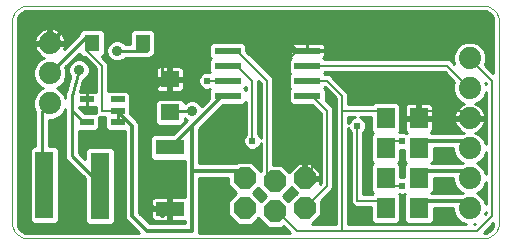
<source format=gtl>
G75*
G70*
%OFA0B0*%
%FSLAX24Y24*%
%IPPOS*%
%LPD*%
%AMOC8*
5,1,8,0,0,1.08239X$1,22.5*
%
%ADD10C,0.0000*%
%ADD11OC8,0.0740*%
%ADD12R,0.0870X0.0240*%
%ADD13C,0.0740*%
%ADD14R,0.0472X0.0217*%
%ADD15R,0.0500X0.0579*%
%ADD16R,0.0630X0.0551*%
%ADD17R,0.0945X0.0512*%
%ADD18R,0.0630X0.2244*%
%ADD19R,0.0630X0.0709*%
%ADD20C,0.0100*%
%ADD21C,0.0356*%
%ADD22C,0.0060*%
%ADD23C,0.0120*%
%ADD24C,0.0360*%
%ADD25C,0.0240*%
D10*
X000800Y000550D02*
X016020Y000550D01*
X016064Y000552D01*
X016107Y000558D01*
X016149Y000567D01*
X016191Y000580D01*
X016231Y000597D01*
X016270Y000617D01*
X016307Y000640D01*
X016341Y000667D01*
X016374Y000696D01*
X016403Y000729D01*
X016430Y000763D01*
X016453Y000800D01*
X016473Y000839D01*
X016490Y000879D01*
X016503Y000921D01*
X016512Y000963D01*
X016518Y001006D01*
X016520Y001050D01*
X016520Y007796D01*
X016518Y007840D01*
X016512Y007883D01*
X016503Y007925D01*
X016490Y007967D01*
X016473Y008007D01*
X016453Y008046D01*
X016430Y008083D01*
X016403Y008117D01*
X016374Y008150D01*
X016341Y008179D01*
X016307Y008206D01*
X016270Y008229D01*
X016231Y008249D01*
X016191Y008266D01*
X016149Y008279D01*
X016107Y008288D01*
X016064Y008294D01*
X016020Y008296D01*
X000800Y008296D01*
X000756Y008294D01*
X000713Y008288D01*
X000671Y008279D01*
X000629Y008266D01*
X000589Y008249D01*
X000550Y008229D01*
X000513Y008206D01*
X000479Y008179D01*
X000446Y008150D01*
X000417Y008117D01*
X000390Y008083D01*
X000367Y008046D01*
X000347Y008007D01*
X000330Y007967D01*
X000317Y007925D01*
X000308Y007883D01*
X000302Y007840D01*
X000300Y007796D01*
X000300Y001050D01*
X000302Y001006D01*
X000308Y000963D01*
X000317Y000921D01*
X000330Y000879D01*
X000347Y000839D01*
X000367Y000800D01*
X000390Y000763D01*
X000417Y000729D01*
X000446Y000696D01*
X000479Y000667D01*
X000513Y000640D01*
X000550Y000617D01*
X000589Y000597D01*
X000629Y000580D01*
X000671Y000567D01*
X000713Y000558D01*
X000756Y000552D01*
X000800Y000550D01*
D11*
X008050Y001550D03*
X009050Y001450D03*
X010050Y001550D03*
X009050Y002450D03*
X008050Y002550D03*
X010050Y002550D03*
D12*
X010130Y005300D03*
X010130Y005800D03*
X010130Y006300D03*
X010130Y006800D03*
X007480Y006800D03*
X007480Y006300D03*
X007480Y005800D03*
X007480Y005300D03*
D13*
X001550Y005050D03*
X001550Y006050D03*
X001550Y007050D03*
X015550Y006550D03*
X015550Y005550D03*
X015550Y004550D03*
X015550Y003550D03*
X015550Y002550D03*
X015550Y001550D03*
D14*
X003812Y004426D03*
X003812Y004800D03*
X003812Y005174D03*
X002788Y005174D03*
X002788Y004426D03*
D15*
X002954Y007050D03*
X004646Y007050D03*
D16*
X005550Y005851D03*
X005550Y004749D03*
D17*
X005550Y003574D03*
X005550Y001526D03*
D18*
X003225Y002300D03*
X001375Y002320D03*
D19*
X012749Y002550D03*
X013851Y002550D03*
X013851Y001550D03*
X012749Y001550D03*
X012749Y003550D03*
X013851Y003550D03*
X013851Y004550D03*
X012749Y004550D03*
D20*
X013244Y004543D02*
X013801Y004543D01*
X013801Y004500D02*
X013386Y004500D01*
X013386Y004176D01*
X013396Y004138D01*
X013416Y004104D01*
X013444Y004076D01*
X013450Y004072D01*
X013443Y004066D01*
X013360Y004100D01*
X013240Y004100D01*
X013210Y004088D01*
X013244Y004121D01*
X013244Y004979D01*
X013138Y005084D01*
X012359Y005084D01*
X012285Y005010D01*
X011510Y005010D01*
X011510Y005387D01*
X011010Y005887D01*
X010887Y006010D01*
X010730Y006010D01*
X010690Y006050D01*
X010730Y006090D01*
X014713Y006090D01*
X015042Y005761D01*
X015000Y005659D01*
X015000Y005441D01*
X015084Y005238D01*
X015238Y005084D01*
X015358Y005034D01*
X015350Y005032D01*
X015277Y004995D01*
X015211Y004947D01*
X015153Y004889D01*
X015105Y004823D01*
X015068Y004750D01*
X015043Y004672D01*
X015031Y004600D01*
X015500Y004600D01*
X015500Y004500D01*
X015031Y004500D01*
X015043Y004428D01*
X015068Y004350D01*
X015105Y004277D01*
X015153Y004211D01*
X015211Y004153D01*
X015277Y004105D01*
X015350Y004068D01*
X015358Y004066D01*
X015296Y004040D01*
X014285Y004040D01*
X014253Y004072D01*
X014258Y004076D01*
X014286Y004104D01*
X014306Y004138D01*
X014316Y004176D01*
X014316Y004500D01*
X013901Y004500D01*
X013901Y004600D01*
X013801Y004600D01*
X013801Y004500D01*
X013801Y004600D02*
X013386Y004600D01*
X013386Y004924D01*
X013396Y004962D01*
X013416Y004996D01*
X013444Y005024D01*
X013478Y005044D01*
X013516Y005054D01*
X013801Y005054D01*
X013801Y004600D01*
X013801Y004642D02*
X013901Y004642D01*
X013901Y004600D02*
X013901Y005054D01*
X014186Y005054D01*
X014224Y005044D01*
X014258Y005024D01*
X014286Y004996D01*
X014306Y004962D01*
X014316Y004924D01*
X014316Y004600D01*
X013901Y004600D01*
X013901Y004543D02*
X015500Y004543D01*
X015600Y004543D02*
X016090Y004543D01*
X016069Y004500D02*
X015600Y004500D01*
X015600Y004600D01*
X016069Y004600D01*
X016057Y004672D01*
X016032Y004750D01*
X015995Y004823D01*
X015947Y004889D01*
X015889Y004947D01*
X015823Y004995D01*
X015750Y005032D01*
X015742Y005034D01*
X015862Y005084D01*
X016016Y005238D01*
X016090Y005416D01*
X016090Y003684D01*
X016016Y003862D01*
X015862Y004016D01*
X015742Y004066D01*
X015750Y004068D01*
X015823Y004105D01*
X015889Y004153D01*
X015947Y004211D01*
X015995Y004277D01*
X016032Y004350D01*
X016057Y004428D01*
X016069Y004500D01*
X016060Y004445D02*
X016090Y004445D01*
X016090Y004346D02*
X016030Y004346D01*
X015973Y004248D02*
X016090Y004248D01*
X016090Y004149D02*
X015883Y004149D01*
X015779Y004051D02*
X016090Y004051D01*
X016090Y003952D02*
X015926Y003952D01*
X016020Y003854D02*
X016090Y003854D01*
X016090Y003755D02*
X016060Y003755D01*
X015550Y003550D02*
X015300Y003800D01*
X014300Y003800D01*
X013800Y003800D01*
X013851Y003550D01*
X014346Y003558D02*
X015000Y003558D01*
X015000Y003560D02*
X015000Y003441D01*
X015084Y003238D01*
X015238Y003084D01*
X015320Y003050D01*
X015296Y003040D01*
X014285Y003040D01*
X014275Y003050D01*
X014346Y003121D01*
X014346Y003560D01*
X015000Y003560D01*
X015000Y003460D02*
X014346Y003460D01*
X014346Y003361D02*
X015033Y003361D01*
X015074Y003263D02*
X014346Y003263D01*
X014346Y003164D02*
X015158Y003164D01*
X015282Y003066D02*
X014291Y003066D01*
X014300Y002800D02*
X014100Y002800D01*
X013800Y002800D01*
X013851Y002550D01*
X014346Y002560D02*
X015000Y002560D01*
X015000Y002441D01*
X015084Y002238D01*
X015238Y002084D01*
X015320Y002050D01*
X015296Y002040D01*
X014285Y002040D01*
X014275Y002050D01*
X014346Y002121D01*
X014346Y002560D01*
X014346Y002475D02*
X015000Y002475D01*
X015027Y002376D02*
X014346Y002376D01*
X014346Y002278D02*
X015068Y002278D01*
X015143Y002179D02*
X014346Y002179D01*
X014306Y002081D02*
X015246Y002081D01*
X015780Y002050D02*
X015862Y002084D01*
X016016Y002238D01*
X016090Y002416D01*
X016090Y001684D01*
X016016Y001862D01*
X015862Y002016D01*
X015780Y002050D01*
X015854Y002081D02*
X016090Y002081D01*
X016090Y002179D02*
X015957Y002179D01*
X016032Y002278D02*
X016090Y002278D01*
X016090Y002376D02*
X016073Y002376D01*
X016090Y002684D02*
X016016Y002862D01*
X015862Y003016D01*
X015780Y003050D01*
X015862Y003084D01*
X016016Y003238D01*
X016090Y003416D01*
X016090Y002684D01*
X016090Y002770D02*
X016054Y002770D01*
X016090Y002869D02*
X016009Y002869D01*
X016090Y002967D02*
X015911Y002967D01*
X015818Y003066D02*
X016090Y003066D01*
X016090Y003164D02*
X015942Y003164D01*
X016026Y003263D02*
X016090Y003263D01*
X016090Y003361D02*
X016067Y003361D01*
X015300Y002800D02*
X015550Y002550D01*
X015300Y002800D02*
X014300Y002800D01*
X013427Y003050D02*
X013356Y003121D01*
X013356Y003500D01*
X013244Y003500D01*
X013244Y003121D01*
X013173Y003050D01*
X013244Y002979D01*
X013244Y002600D01*
X013356Y002600D01*
X013356Y002979D01*
X013427Y003050D01*
X013412Y003066D02*
X013188Y003066D01*
X013244Y003164D02*
X013356Y003164D01*
X013356Y003263D02*
X013244Y003263D01*
X013244Y003361D02*
X013356Y003361D01*
X013356Y003460D02*
X013244Y003460D01*
X012254Y003460D02*
X012010Y003460D01*
X012010Y003558D02*
X012254Y003558D01*
X012254Y003657D02*
X012010Y003657D01*
X012010Y003755D02*
X012254Y003755D01*
X012254Y003854D02*
X012010Y003854D01*
X012010Y003952D02*
X012254Y003952D01*
X012254Y003979D02*
X012254Y003121D01*
X012325Y003050D01*
X012254Y002979D01*
X012254Y002121D01*
X012325Y002050D01*
X012285Y002010D01*
X012010Y002010D01*
X012010Y004086D01*
X012054Y004130D01*
X012100Y004240D01*
X012100Y004360D01*
X012054Y004470D01*
X011970Y004554D01*
X011884Y004590D01*
X012254Y004590D01*
X012254Y004121D01*
X012325Y004050D01*
X012254Y003979D01*
X012324Y004051D02*
X012010Y004051D01*
X012062Y004149D02*
X012254Y004149D01*
X012254Y004248D02*
X012100Y004248D01*
X012100Y004346D02*
X012254Y004346D01*
X012254Y004445D02*
X012065Y004445D01*
X011981Y004543D02*
X012254Y004543D01*
X011716Y004590D02*
X011510Y004590D01*
X011510Y004384D01*
X011546Y004470D01*
X011630Y004554D01*
X011716Y004590D01*
X011619Y004543D02*
X011510Y004543D01*
X011510Y004445D02*
X011535Y004445D01*
X011510Y004216D02*
X011510Y001010D01*
X015416Y001010D01*
X015238Y001084D01*
X015084Y001238D01*
X015000Y001441D01*
X015000Y001560D01*
X014346Y001560D01*
X014346Y001121D01*
X014241Y001016D01*
X013462Y001016D01*
X013356Y001121D01*
X013356Y001979D01*
X013390Y002012D01*
X013360Y002000D01*
X013240Y002000D01*
X013210Y002012D01*
X013244Y001979D01*
X013244Y001121D01*
X013138Y001016D01*
X012359Y001016D01*
X012254Y001121D01*
X012254Y001590D01*
X011713Y001590D01*
X011590Y001713D01*
X011590Y004086D01*
X011546Y004130D01*
X011510Y004216D01*
X011510Y004149D02*
X011538Y004149D01*
X011510Y004051D02*
X011590Y004051D01*
X011590Y003952D02*
X011510Y003952D01*
X011510Y003854D02*
X011590Y003854D01*
X011590Y003755D02*
X011510Y003755D01*
X011510Y003657D02*
X011590Y003657D01*
X011590Y003558D02*
X011510Y003558D01*
X011510Y003460D02*
X011590Y003460D01*
X011590Y003361D02*
X011510Y003361D01*
X011510Y003263D02*
X011590Y003263D01*
X011590Y003164D02*
X011510Y003164D01*
X011510Y003066D02*
X011590Y003066D01*
X011590Y002967D02*
X011510Y002967D01*
X011510Y002869D02*
X011590Y002869D01*
X011590Y002770D02*
X011510Y002770D01*
X011510Y002672D02*
X011590Y002672D01*
X011590Y002573D02*
X011510Y002573D01*
X011510Y002475D02*
X011590Y002475D01*
X011590Y002376D02*
X011510Y002376D01*
X011510Y002278D02*
X011590Y002278D01*
X011590Y002179D02*
X011510Y002179D01*
X011510Y002081D02*
X011590Y002081D01*
X011590Y001982D02*
X011510Y001982D01*
X011510Y001884D02*
X011590Y001884D01*
X011590Y001785D02*
X011510Y001785D01*
X011510Y001687D02*
X011617Y001687D01*
X011510Y001588D02*
X012254Y001588D01*
X012254Y001490D02*
X011510Y001490D01*
X011510Y001391D02*
X012254Y001391D01*
X012254Y001293D02*
X011510Y001293D01*
X011510Y001194D02*
X012254Y001194D01*
X012279Y001096D02*
X011510Y001096D01*
X011090Y001096D02*
X010373Y001096D01*
X010472Y001194D02*
X011090Y001194D01*
X011090Y001293D02*
X010570Y001293D01*
X010600Y001322D02*
X010600Y001778D01*
X010587Y001790D01*
X011010Y002213D01*
X011010Y004887D01*
X010887Y005010D01*
X010745Y005152D01*
X010745Y005495D01*
X010690Y005550D01*
X010721Y005582D01*
X011090Y005213D01*
X011090Y001010D01*
X010288Y001010D01*
X010600Y001322D01*
X010600Y001391D02*
X011090Y001391D01*
X011090Y001490D02*
X010600Y001490D01*
X010600Y001588D02*
X011090Y001588D01*
X011090Y001687D02*
X010600Y001687D01*
X010593Y001785D02*
X011090Y001785D01*
X011090Y001884D02*
X010680Y001884D01*
X010779Y001982D02*
X011090Y001982D01*
X011090Y002081D02*
X010877Y002081D01*
X010976Y002179D02*
X011090Y002179D01*
X011090Y002278D02*
X011010Y002278D01*
X011010Y002376D02*
X011090Y002376D01*
X011090Y002475D02*
X011010Y002475D01*
X011010Y002573D02*
X011090Y002573D01*
X011090Y002672D02*
X011010Y002672D01*
X011010Y002770D02*
X011090Y002770D01*
X011090Y002869D02*
X011010Y002869D01*
X011010Y002967D02*
X011090Y002967D01*
X011090Y003066D02*
X011010Y003066D01*
X011010Y003164D02*
X011090Y003164D01*
X011090Y003263D02*
X011010Y003263D01*
X011010Y003361D02*
X011090Y003361D01*
X011090Y003460D02*
X011010Y003460D01*
X011010Y003558D02*
X011090Y003558D01*
X011090Y003657D02*
X011010Y003657D01*
X011010Y003755D02*
X011090Y003755D01*
X011090Y003854D02*
X011010Y003854D01*
X011010Y003952D02*
X011090Y003952D01*
X011090Y004051D02*
X011010Y004051D01*
X011010Y004149D02*
X011090Y004149D01*
X011090Y004248D02*
X011010Y004248D01*
X011010Y004346D02*
X011090Y004346D01*
X011090Y004445D02*
X011010Y004445D01*
X011010Y004543D02*
X011090Y004543D01*
X011090Y004642D02*
X011010Y004642D01*
X011010Y004740D02*
X011090Y004740D01*
X011090Y004839D02*
X011010Y004839D01*
X010960Y004937D02*
X011090Y004937D01*
X011090Y005036D02*
X010861Y005036D01*
X010763Y005134D02*
X011090Y005134D01*
X011071Y005233D02*
X010745Y005233D01*
X010745Y005331D02*
X010972Y005331D01*
X010874Y005430D02*
X010745Y005430D01*
X010775Y005528D02*
X010712Y005528D01*
X011172Y005725D02*
X015027Y005725D01*
X015000Y005627D02*
X011270Y005627D01*
X011369Y005528D02*
X015000Y005528D01*
X015005Y005430D02*
X011467Y005430D01*
X011510Y005331D02*
X015045Y005331D01*
X015090Y005233D02*
X011510Y005233D01*
X011510Y005134D02*
X015188Y005134D01*
X015355Y005036D02*
X014239Y005036D01*
X014313Y004937D02*
X015202Y004937D01*
X015117Y004839D02*
X014316Y004839D01*
X014316Y004740D02*
X015065Y004740D01*
X015038Y004642D02*
X014316Y004642D01*
X013901Y004740D02*
X013801Y004740D01*
X013801Y004839D02*
X013901Y004839D01*
X013901Y004937D02*
X013801Y004937D01*
X013801Y005036D02*
X013901Y005036D01*
X013463Y005036D02*
X013187Y005036D01*
X013244Y004937D02*
X013390Y004937D01*
X013386Y004839D02*
X013244Y004839D01*
X013244Y004740D02*
X013386Y004740D01*
X013386Y004642D02*
X013244Y004642D01*
X013244Y004445D02*
X013386Y004445D01*
X013386Y004346D02*
X013244Y004346D01*
X013244Y004248D02*
X013386Y004248D01*
X013393Y004149D02*
X013244Y004149D01*
X014275Y004051D02*
X015321Y004051D01*
X015217Y004149D02*
X014309Y004149D01*
X014316Y004248D02*
X015127Y004248D01*
X015070Y004346D02*
X014316Y004346D01*
X014316Y004445D02*
X015040Y004445D01*
X016035Y004740D02*
X016090Y004740D01*
X016090Y004642D02*
X016062Y004642D01*
X016090Y004839D02*
X015983Y004839D01*
X015898Y004937D02*
X016090Y004937D01*
X016090Y005036D02*
X015745Y005036D01*
X015912Y005134D02*
X016090Y005134D01*
X016090Y005233D02*
X016010Y005233D01*
X016055Y005331D02*
X016090Y005331D01*
X016090Y005684D02*
X016069Y005734D01*
X016090Y005713D01*
X016090Y005684D01*
X016078Y005725D02*
X016073Y005725D01*
X016340Y006057D02*
X016058Y006339D01*
X016100Y006441D01*
X016100Y006659D01*
X016016Y006862D01*
X015862Y007016D01*
X015659Y007100D01*
X015441Y007100D01*
X015238Y007016D01*
X015084Y006862D01*
X015000Y006659D01*
X015000Y006441D01*
X015031Y006366D01*
X014887Y006510D01*
X014713Y006510D01*
X010730Y006510D01*
X010668Y006571D01*
X010685Y006588D01*
X010705Y006622D01*
X010715Y006660D01*
X010715Y006790D01*
X010140Y006790D01*
X010140Y006810D01*
X010120Y006810D01*
X010120Y007070D01*
X009675Y007070D01*
X009637Y007060D01*
X009603Y007040D01*
X009575Y007012D01*
X009555Y006978D01*
X009545Y006940D01*
X009545Y006810D01*
X010120Y006810D01*
X010120Y006790D01*
X009545Y006790D01*
X009545Y006660D01*
X009555Y006622D01*
X009575Y006588D01*
X009592Y006571D01*
X009515Y006495D01*
X009515Y006105D01*
X009570Y006050D01*
X009515Y005995D01*
X009515Y005605D01*
X009570Y005550D01*
X009515Y005495D01*
X009515Y005105D01*
X009620Y005000D01*
X010303Y005000D01*
X010590Y004713D01*
X010590Y002387D01*
X010570Y002367D01*
X010570Y002500D01*
X010100Y002500D01*
X010100Y002600D01*
X010000Y002600D01*
X010000Y003070D01*
X009835Y003070D01*
X009530Y002765D01*
X009530Y002748D01*
X009278Y003000D01*
X009010Y003000D01*
X009010Y005887D01*
X008887Y006010D01*
X008095Y006802D01*
X008095Y006995D01*
X007990Y007100D01*
X006970Y007100D01*
X006865Y006995D01*
X006865Y006605D01*
X006920Y006550D01*
X006865Y006495D01*
X006865Y006105D01*
X006878Y006092D01*
X006860Y006100D01*
X006740Y006100D01*
X006630Y006054D01*
X006546Y005970D01*
X006500Y005860D01*
X006500Y005740D01*
X006546Y005630D01*
X006630Y005546D01*
X006740Y005500D01*
X006860Y005500D01*
X006878Y005508D01*
X006865Y005495D01*
X006865Y005204D01*
X006623Y004962D01*
X006605Y005004D01*
X006504Y005105D01*
X006372Y005160D01*
X006228Y005160D01*
X006096Y005105D01*
X006045Y005054D01*
X006045Y005099D01*
X005940Y005204D01*
X005160Y005204D01*
X005055Y005099D01*
X005055Y004399D01*
X005160Y004293D01*
X005940Y004293D01*
X006045Y004399D01*
X006045Y004546D01*
X006096Y004495D01*
X006138Y004477D01*
X005670Y004010D01*
X005003Y004010D01*
X004898Y003904D01*
X004898Y003243D01*
X005003Y003138D01*
X006060Y003138D01*
X006060Y001928D01*
X006042Y001932D01*
X005600Y001932D01*
X005600Y001576D01*
X005500Y001576D01*
X005500Y001476D01*
X005600Y001476D01*
X005600Y001120D01*
X006042Y001120D01*
X006060Y001125D01*
X006060Y001040D01*
X004899Y001040D01*
X004540Y001399D01*
X004540Y004348D01*
X004503Y004436D01*
X004228Y004711D01*
X004228Y004983D01*
X004224Y004987D01*
X004228Y004991D01*
X004228Y005357D01*
X004123Y005462D01*
X003510Y005462D01*
X003510Y006387D01*
X003297Y006600D01*
X003384Y006686D01*
X003384Y007414D01*
X003278Y007519D01*
X002906Y007519D01*
X002895Y007530D01*
X002827Y007530D01*
X002761Y007546D01*
X002735Y007530D01*
X002705Y007530D01*
X002694Y007519D01*
X002629Y007519D01*
X002524Y007414D01*
X002524Y007349D01*
X002035Y006860D01*
X002057Y006928D01*
X002069Y007000D01*
X001600Y007000D01*
X001600Y007100D01*
X001500Y007100D01*
X001500Y007569D01*
X001428Y007557D01*
X001350Y007532D01*
X001277Y007495D01*
X001211Y007447D01*
X001153Y007389D01*
X001105Y007323D01*
X001068Y007250D01*
X001043Y007172D01*
X001031Y007100D01*
X001500Y007100D01*
X001500Y007000D01*
X001031Y007000D01*
X001043Y006928D01*
X001068Y006850D01*
X001105Y006777D01*
X001153Y006711D01*
X001211Y006653D01*
X001277Y006605D01*
X001350Y006568D01*
X001358Y006566D01*
X001238Y006516D01*
X001084Y006362D01*
X001000Y006159D01*
X001000Y005941D01*
X001084Y005738D01*
X001238Y005584D01*
X001320Y005550D01*
X001238Y005516D01*
X001084Y005362D01*
X001000Y005159D01*
X001000Y004941D01*
X001070Y004772D01*
X001070Y003622D01*
X000985Y003622D01*
X000880Y003516D01*
X000880Y001123D01*
X000985Y001018D01*
X001764Y001018D01*
X001870Y001123D01*
X001870Y003516D01*
X001764Y003622D01*
X001530Y003622D01*
X001530Y004500D01*
X001659Y004500D01*
X001862Y004584D01*
X002016Y004738D01*
X002070Y004868D01*
X002070Y003205D01*
X002730Y002544D01*
X002730Y001103D01*
X002836Y000998D01*
X003615Y000998D01*
X003720Y001103D01*
X003720Y003497D01*
X003615Y003602D01*
X002836Y003602D01*
X002730Y003497D01*
X002730Y003195D01*
X002530Y003395D01*
X002530Y004138D01*
X003099Y004138D01*
X003204Y004243D01*
X003204Y004599D01*
X003213Y004590D01*
X003396Y004590D01*
X003396Y004243D01*
X003501Y004138D01*
X004060Y004138D01*
X004060Y001252D01*
X004097Y001164D01*
X004164Y001097D01*
X004531Y000730D01*
X000800Y000730D01*
X000738Y000736D01*
X000622Y000784D01*
X000534Y000872D01*
X000486Y000988D01*
X000480Y001050D01*
X000480Y007796D01*
X000486Y007858D01*
X000534Y007974D01*
X000622Y008062D01*
X000738Y008110D01*
X000800Y008116D01*
X016020Y008116D01*
X016083Y008110D01*
X016198Y008062D01*
X016286Y007974D01*
X016334Y007858D01*
X016340Y007796D01*
X016340Y006057D01*
X016340Y006119D02*
X016278Y006119D01*
X016340Y006218D02*
X016179Y006218D01*
X016081Y006316D02*
X016340Y006316D01*
X016340Y006415D02*
X016089Y006415D01*
X016100Y006513D02*
X016340Y006513D01*
X016340Y006612D02*
X016100Y006612D01*
X016079Y006710D02*
X016340Y006710D01*
X016340Y006809D02*
X016038Y006809D01*
X015971Y006907D02*
X016340Y006907D01*
X016340Y007006D02*
X015872Y007006D01*
X016340Y007104D02*
X005076Y007104D01*
X005076Y007006D02*
X006876Y007006D01*
X006865Y006907D02*
X005076Y006907D01*
X005076Y006809D02*
X006865Y006809D01*
X006865Y006710D02*
X005076Y006710D01*
X005076Y006686D02*
X004971Y006581D01*
X004906Y006581D01*
X004895Y006570D01*
X004865Y006570D01*
X004839Y006554D01*
X004773Y006570D01*
X004079Y006570D01*
X004004Y006495D01*
X003872Y006440D01*
X003728Y006440D01*
X003596Y006495D01*
X003495Y006596D01*
X003440Y006728D01*
X003440Y006872D01*
X003495Y007004D01*
X003596Y007105D01*
X003728Y007160D01*
X003872Y007160D01*
X004004Y007105D01*
X004079Y007030D01*
X004216Y007030D01*
X004216Y007414D01*
X004322Y007519D01*
X004971Y007519D01*
X005076Y007414D01*
X005076Y006686D01*
X005002Y006612D02*
X006865Y006612D01*
X006883Y006513D02*
X004022Y006513D01*
X003800Y006800D02*
X004800Y006800D01*
X004646Y007050D01*
X004216Y007104D02*
X004005Y007104D01*
X004216Y007203D02*
X003384Y007203D01*
X003384Y007301D02*
X004216Y007301D01*
X004216Y007400D02*
X003384Y007400D01*
X003299Y007498D02*
X004301Y007498D01*
X004992Y007498D02*
X016340Y007498D01*
X016340Y007597D02*
X000480Y007597D01*
X000480Y007695D02*
X016340Y007695D01*
X016340Y007794D02*
X000480Y007794D01*
X000500Y007892D02*
X016320Y007892D01*
X016269Y007991D02*
X000551Y007991D01*
X000687Y008089D02*
X016133Y008089D01*
X016340Y007400D02*
X005076Y007400D01*
X005076Y007301D02*
X016340Y007301D01*
X016340Y007203D02*
X005076Y007203D01*
X005300Y007800D02*
X002300Y007800D01*
X001800Y007300D01*
X001550Y007050D01*
X001600Y007006D02*
X002180Y007006D01*
X002279Y007104D02*
X002068Y007104D01*
X002069Y007100D02*
X002057Y007172D01*
X002032Y007250D01*
X001995Y007323D01*
X001947Y007389D01*
X001889Y007447D01*
X001823Y007495D01*
X001750Y007532D01*
X001672Y007557D01*
X001600Y007569D01*
X001600Y007100D01*
X002069Y007100D01*
X002047Y007203D02*
X002377Y007203D01*
X002476Y007301D02*
X002006Y007301D01*
X001936Y007400D02*
X002524Y007400D01*
X002608Y007498D02*
X001816Y007498D01*
X001600Y007498D02*
X001500Y007498D01*
X001284Y007498D02*
X000480Y007498D01*
X000480Y007400D02*
X001164Y007400D01*
X001094Y007301D02*
X000480Y007301D01*
X000480Y007203D02*
X001053Y007203D01*
X001032Y007104D02*
X000480Y007104D01*
X000480Y007006D02*
X001500Y007006D01*
X001500Y007104D02*
X001600Y007104D01*
X001600Y007203D02*
X001500Y007203D01*
X001500Y007301D02*
X001600Y007301D01*
X001600Y007400D02*
X001500Y007400D01*
X001800Y007300D02*
X002300Y007800D01*
X005300Y007800D01*
X005300Y005800D01*
X004800Y005300D01*
X004800Y001800D01*
X005300Y001300D01*
X005550Y001526D01*
X005500Y001490D02*
X004540Y001490D01*
X004540Y001588D02*
X004928Y001588D01*
X004928Y001576D02*
X005500Y001576D01*
X005500Y001932D01*
X005058Y001932D01*
X005020Y001922D01*
X004985Y001902D01*
X004958Y001874D01*
X004938Y001840D01*
X004928Y001802D01*
X004928Y001576D01*
X004928Y001476D02*
X004928Y001251D01*
X004938Y001213D01*
X004958Y001178D01*
X004985Y001150D01*
X005020Y001131D01*
X005058Y001120D01*
X005500Y001120D01*
X005500Y001476D01*
X004928Y001476D01*
X004928Y001391D02*
X004548Y001391D01*
X004647Y001293D02*
X004928Y001293D01*
X004949Y001194D02*
X004745Y001194D01*
X004844Y001096D02*
X006060Y001096D01*
X005600Y001194D02*
X005500Y001194D01*
X005500Y001293D02*
X005600Y001293D01*
X005600Y001391D02*
X005500Y001391D01*
X005500Y001588D02*
X005600Y001588D01*
X005600Y001687D02*
X005500Y001687D01*
X005500Y001785D02*
X005600Y001785D01*
X005600Y001884D02*
X005500Y001884D01*
X006060Y001982D02*
X004540Y001982D01*
X004540Y001884D02*
X004967Y001884D01*
X004928Y001785D02*
X004540Y001785D01*
X004540Y001687D02*
X004928Y001687D01*
X004540Y002081D02*
X006060Y002081D01*
X006060Y002179D02*
X004540Y002179D01*
X004540Y002278D02*
X006060Y002278D01*
X006060Y002376D02*
X004540Y002376D01*
X004540Y002475D02*
X006060Y002475D01*
X006060Y002573D02*
X004540Y002573D01*
X004540Y002672D02*
X006060Y002672D01*
X006060Y002770D02*
X004540Y002770D01*
X004540Y002869D02*
X006060Y002869D01*
X006060Y002967D02*
X004540Y002967D01*
X004540Y003066D02*
X006060Y003066D01*
X006540Y003066D02*
X007788Y003066D01*
X007762Y003040D02*
X006540Y003040D01*
X006540Y004201D01*
X007339Y005000D01*
X007990Y005000D01*
X008090Y005100D01*
X008090Y004014D01*
X008046Y003970D01*
X008000Y003860D01*
X008000Y003740D01*
X008046Y003630D01*
X008130Y003546D01*
X008240Y003500D01*
X008360Y003500D01*
X008470Y003546D01*
X008554Y003630D01*
X008590Y003716D01*
X008590Y002788D01*
X008278Y003100D01*
X007822Y003100D01*
X007762Y003040D01*
X008312Y003066D02*
X008590Y003066D01*
X008590Y003164D02*
X006540Y003164D01*
X006540Y003263D02*
X008590Y003263D01*
X008590Y003361D02*
X006540Y003361D01*
X006540Y003460D02*
X008590Y003460D01*
X008590Y003558D02*
X008482Y003558D01*
X008565Y003657D02*
X008590Y003657D01*
X009010Y003657D02*
X010590Y003657D01*
X010590Y003755D02*
X009010Y003755D01*
X009010Y003854D02*
X010590Y003854D01*
X010590Y003952D02*
X009010Y003952D01*
X009010Y004051D02*
X010590Y004051D01*
X010590Y004149D02*
X009010Y004149D01*
X009010Y004248D02*
X010590Y004248D01*
X010590Y004346D02*
X009010Y004346D01*
X009010Y004445D02*
X010590Y004445D01*
X010590Y004543D02*
X009010Y004543D01*
X009010Y004642D02*
X010590Y004642D01*
X010563Y004740D02*
X009010Y004740D01*
X009010Y004839D02*
X010465Y004839D01*
X010366Y004937D02*
X009010Y004937D01*
X009010Y005036D02*
X009585Y005036D01*
X009515Y005134D02*
X009010Y005134D01*
X009010Y005233D02*
X009515Y005233D01*
X009515Y005331D02*
X009010Y005331D01*
X009010Y005430D02*
X009515Y005430D01*
X009548Y005528D02*
X009010Y005528D01*
X009010Y005627D02*
X009515Y005627D01*
X009515Y005725D02*
X009010Y005725D01*
X009010Y005824D02*
X009515Y005824D01*
X009515Y005922D02*
X008975Y005922D01*
X008876Y006021D02*
X009541Y006021D01*
X009515Y006119D02*
X008778Y006119D01*
X008679Y006218D02*
X009515Y006218D01*
X009515Y006316D02*
X008581Y006316D01*
X008482Y006415D02*
X009515Y006415D01*
X009533Y006513D02*
X008384Y006513D01*
X008285Y006612D02*
X009561Y006612D01*
X009545Y006710D02*
X008187Y006710D01*
X008095Y006809D02*
X010120Y006809D01*
X010140Y006809D02*
X015062Y006809D01*
X015021Y006710D02*
X010715Y006710D01*
X010699Y006612D02*
X015000Y006612D01*
X015000Y006513D02*
X010727Y006513D01*
X010715Y006810D02*
X010140Y006810D01*
X010140Y007070D01*
X010585Y007070D01*
X010623Y007060D01*
X010657Y007040D01*
X010685Y007012D01*
X010705Y006978D01*
X010715Y006940D01*
X010715Y006810D01*
X010715Y006907D02*
X015129Y006907D01*
X015228Y007006D02*
X010689Y007006D01*
X010140Y007006D02*
X010120Y007006D01*
X010120Y006907D02*
X010140Y006907D01*
X009571Y007006D02*
X008084Y007006D01*
X008095Y006907D02*
X009545Y006907D01*
X010719Y006021D02*
X014783Y006021D01*
X014881Y005922D02*
X010975Y005922D01*
X011073Y005824D02*
X014980Y005824D01*
X014982Y006415D02*
X015011Y006415D01*
X012310Y005036D02*
X011510Y005036D01*
X008590Y005036D02*
X008510Y005036D01*
X008510Y005134D02*
X008590Y005134D01*
X008590Y005233D02*
X008510Y005233D01*
X008510Y005331D02*
X008590Y005331D01*
X008590Y005430D02*
X008510Y005430D01*
X008510Y005528D02*
X008590Y005528D01*
X008590Y005627D02*
X008510Y005627D01*
X008510Y005725D02*
X008578Y005725D01*
X008590Y005713D02*
X008590Y003884D01*
X008554Y003970D01*
X008510Y004014D01*
X008510Y005793D01*
X008590Y005713D01*
X008090Y005600D02*
X008090Y005500D01*
X008040Y005550D01*
X008090Y005600D01*
X008090Y005528D02*
X008062Y005528D01*
X008090Y005036D02*
X008025Y005036D01*
X008090Y004937D02*
X007276Y004937D01*
X007178Y004839D02*
X008090Y004839D01*
X008090Y004740D02*
X007079Y004740D01*
X006981Y004642D02*
X008090Y004642D01*
X008090Y004543D02*
X006882Y004543D01*
X006784Y004445D02*
X008090Y004445D01*
X008090Y004346D02*
X006685Y004346D01*
X006587Y004248D02*
X008090Y004248D01*
X008090Y004149D02*
X006540Y004149D01*
X006540Y004051D02*
X008090Y004051D01*
X008038Y003952D02*
X006540Y003952D01*
X006540Y003854D02*
X008000Y003854D01*
X008000Y003755D02*
X006540Y003755D01*
X006540Y003657D02*
X008035Y003657D01*
X008118Y003558D02*
X006540Y003558D01*
X005711Y004051D02*
X004540Y004051D01*
X004540Y004149D02*
X005810Y004149D01*
X005908Y004248D02*
X004540Y004248D01*
X004540Y004346D02*
X005108Y004346D01*
X005055Y004445D02*
X004495Y004445D01*
X004396Y004543D02*
X005055Y004543D01*
X005055Y004642D02*
X004298Y004642D01*
X004228Y004740D02*
X005055Y004740D01*
X005055Y004839D02*
X004228Y004839D01*
X004228Y004937D02*
X005055Y004937D01*
X005055Y005036D02*
X004228Y005036D01*
X004228Y005134D02*
X005090Y005134D01*
X005177Y005436D02*
X005215Y005426D01*
X005500Y005426D01*
X005500Y005801D01*
X005600Y005801D01*
X005600Y005426D01*
X005885Y005426D01*
X005923Y005436D01*
X005957Y005456D01*
X005985Y005483D01*
X006005Y005518D01*
X006015Y005556D01*
X006015Y005801D01*
X005600Y005801D01*
X005600Y005901D01*
X006015Y005901D01*
X006015Y006147D01*
X006005Y006185D01*
X005985Y006219D01*
X005957Y006247D01*
X005923Y006267D01*
X005885Y006277D01*
X005600Y006277D01*
X005600Y005901D01*
X005500Y005901D01*
X005500Y005801D01*
X005085Y005801D01*
X005085Y005556D01*
X005095Y005518D01*
X005115Y005483D01*
X005143Y005456D01*
X005177Y005436D01*
X005201Y005430D02*
X004155Y005430D01*
X004228Y005331D02*
X006865Y005331D01*
X006865Y005233D02*
X004228Y005233D01*
X003510Y005528D02*
X005092Y005528D01*
X005085Y005627D02*
X003510Y005627D01*
X003510Y005725D02*
X005085Y005725D01*
X005300Y005800D02*
X005550Y005851D01*
X005300Y005800D01*
X005500Y005824D02*
X003510Y005824D01*
X003510Y005922D02*
X005085Y005922D01*
X005085Y005901D02*
X005500Y005901D01*
X005500Y006277D01*
X005215Y006277D01*
X005177Y006267D01*
X005143Y006247D01*
X005115Y006219D01*
X005095Y006185D01*
X005085Y006147D01*
X005085Y005901D01*
X005085Y006021D02*
X003510Y006021D01*
X003510Y006119D02*
X005085Y006119D01*
X005114Y006218D02*
X003510Y006218D01*
X003510Y006316D02*
X006865Y006316D01*
X006865Y006218D02*
X005986Y006218D01*
X006015Y006119D02*
X006865Y006119D01*
X006596Y006021D02*
X006015Y006021D01*
X006015Y005922D02*
X006526Y005922D01*
X006500Y005824D02*
X005600Y005824D01*
X005600Y005922D02*
X005500Y005922D01*
X005500Y006021D02*
X005600Y006021D01*
X005600Y006119D02*
X005500Y006119D01*
X005500Y006218D02*
X005600Y006218D01*
X005600Y005725D02*
X005500Y005725D01*
X005500Y005627D02*
X005600Y005627D01*
X005600Y005528D02*
X005500Y005528D01*
X005500Y005430D02*
X005600Y005430D01*
X005899Y005430D02*
X006865Y005430D01*
X006673Y005528D02*
X006008Y005528D01*
X006015Y005627D02*
X006549Y005627D01*
X006506Y005725D02*
X006015Y005725D01*
X006010Y005134D02*
X006166Y005134D01*
X006434Y005134D02*
X006795Y005134D01*
X006696Y005036D02*
X006574Y005036D01*
X006300Y004800D02*
X005800Y004800D01*
X005550Y004749D01*
X006045Y004543D02*
X006048Y004543D01*
X006045Y004445D02*
X006105Y004445D01*
X006007Y004346D02*
X005992Y004346D01*
X004945Y003952D02*
X004540Y003952D01*
X004540Y003854D02*
X004898Y003854D01*
X004898Y003755D02*
X004540Y003755D01*
X004540Y003657D02*
X004898Y003657D01*
X004898Y003558D02*
X004540Y003558D01*
X004540Y003460D02*
X004898Y003460D01*
X004898Y003361D02*
X004540Y003361D01*
X004540Y003263D02*
X004898Y003263D01*
X004977Y003164D02*
X004540Y003164D01*
X004060Y003164D02*
X003720Y003164D01*
X003720Y003066D02*
X004060Y003066D01*
X004060Y002967D02*
X003720Y002967D01*
X003720Y002869D02*
X004060Y002869D01*
X004060Y002770D02*
X003720Y002770D01*
X003720Y002672D02*
X004060Y002672D01*
X004060Y002573D02*
X003720Y002573D01*
X003720Y002475D02*
X004060Y002475D01*
X004060Y002376D02*
X003720Y002376D01*
X003720Y002278D02*
X004060Y002278D01*
X004060Y002179D02*
X003720Y002179D01*
X003720Y002081D02*
X004060Y002081D01*
X004060Y001982D02*
X003720Y001982D01*
X003720Y001884D02*
X004060Y001884D01*
X004060Y001785D02*
X003720Y001785D01*
X003720Y001687D02*
X004060Y001687D01*
X004060Y001588D02*
X003720Y001588D01*
X003720Y001490D02*
X004060Y001490D01*
X004060Y001391D02*
X003720Y001391D01*
X003720Y001293D02*
X004060Y001293D01*
X004084Y001194D02*
X003720Y001194D01*
X003712Y001096D02*
X004165Y001096D01*
X004264Y000997D02*
X000485Y000997D01*
X000523Y000899D02*
X004362Y000899D01*
X004461Y000800D02*
X000606Y000800D01*
X000480Y001096D02*
X000907Y001096D01*
X000880Y001194D02*
X000480Y001194D01*
X000480Y001293D02*
X000880Y001293D01*
X000880Y001391D02*
X000480Y001391D01*
X000480Y001490D02*
X000880Y001490D01*
X000880Y001588D02*
X000480Y001588D01*
X000480Y001687D02*
X000880Y001687D01*
X000880Y001785D02*
X000480Y001785D01*
X000480Y001884D02*
X000880Y001884D01*
X000880Y001982D02*
X000480Y001982D01*
X000480Y002081D02*
X000880Y002081D01*
X000880Y002179D02*
X000480Y002179D01*
X000480Y002278D02*
X000880Y002278D01*
X000880Y002376D02*
X000480Y002376D01*
X000480Y002475D02*
X000880Y002475D01*
X000880Y002573D02*
X000480Y002573D01*
X000480Y002672D02*
X000880Y002672D01*
X000880Y002770D02*
X000480Y002770D01*
X000480Y002869D02*
X000880Y002869D01*
X000880Y002967D02*
X000480Y002967D01*
X000480Y003066D02*
X000880Y003066D01*
X000880Y003164D02*
X000480Y003164D01*
X000480Y003263D02*
X000880Y003263D01*
X000880Y003361D02*
X000480Y003361D01*
X000480Y003460D02*
X000880Y003460D01*
X000922Y003558D02*
X000480Y003558D01*
X000480Y003657D02*
X001070Y003657D01*
X001070Y003755D02*
X000480Y003755D01*
X000480Y003854D02*
X001070Y003854D01*
X001070Y003952D02*
X000480Y003952D01*
X000480Y004051D02*
X001070Y004051D01*
X001070Y004149D02*
X000480Y004149D01*
X000480Y004248D02*
X001070Y004248D01*
X001070Y004346D02*
X000480Y004346D01*
X000480Y004445D02*
X001070Y004445D01*
X001070Y004543D02*
X000480Y004543D01*
X000480Y004642D02*
X001070Y004642D01*
X001070Y004740D02*
X000480Y004740D01*
X000480Y004839D02*
X001042Y004839D01*
X001001Y004937D02*
X000480Y004937D01*
X000480Y005036D02*
X001000Y005036D01*
X001000Y005134D02*
X000480Y005134D01*
X000480Y005233D02*
X001030Y005233D01*
X001071Y005331D02*
X000480Y005331D01*
X000480Y005430D02*
X001152Y005430D01*
X001267Y005528D02*
X000480Y005528D01*
X000480Y005627D02*
X001196Y005627D01*
X001097Y005725D02*
X000480Y005725D01*
X000480Y005824D02*
X001048Y005824D01*
X001008Y005922D02*
X000480Y005922D01*
X000480Y006021D02*
X001000Y006021D01*
X001000Y006119D02*
X000480Y006119D01*
X000480Y006218D02*
X001024Y006218D01*
X001065Y006316D02*
X000480Y006316D01*
X000480Y006415D02*
X001137Y006415D01*
X001235Y006513D02*
X000480Y006513D01*
X000480Y006612D02*
X001269Y006612D01*
X001155Y006710D02*
X000480Y006710D01*
X000480Y006809D02*
X001089Y006809D01*
X001050Y006907D02*
X000480Y006907D01*
X002050Y006907D02*
X002082Y006907D01*
X002524Y006698D02*
X002524Y006686D01*
X002629Y006581D01*
X002722Y006581D01*
X003090Y006213D01*
X003090Y005418D01*
X003082Y005422D01*
X003044Y005432D01*
X002792Y005432D01*
X002792Y005178D01*
X002784Y005178D01*
X002784Y005432D01*
X002573Y005432D01*
X002676Y005823D01*
X002729Y005845D01*
X002830Y005946D01*
X002885Y006078D01*
X002885Y006222D01*
X002830Y006354D01*
X002729Y006455D01*
X002597Y006510D01*
X002453Y006510D01*
X002321Y006455D01*
X002220Y006354D01*
X002165Y006222D01*
X002165Y006078D01*
X002220Y005946D01*
X002230Y005936D01*
X002094Y005419D01*
X002070Y005395D01*
X002070Y005330D01*
X002054Y005270D01*
X002016Y005362D01*
X001862Y005516D01*
X001780Y005550D01*
X001862Y005584D01*
X002016Y005738D01*
X002100Y005941D01*
X002100Y006159D01*
X002066Y006241D01*
X002524Y006698D01*
X002598Y006612D02*
X002437Y006612D01*
X002338Y006513D02*
X002790Y006513D01*
X002770Y006415D02*
X002889Y006415D01*
X002846Y006316D02*
X002987Y006316D01*
X003086Y006218D02*
X002885Y006218D01*
X002885Y006119D02*
X003090Y006119D01*
X003090Y006021D02*
X002861Y006021D01*
X002806Y005922D02*
X003090Y005922D01*
X003090Y005824D02*
X002678Y005824D01*
X002650Y005725D02*
X003090Y005725D01*
X003090Y005627D02*
X002624Y005627D01*
X002598Y005528D02*
X003090Y005528D01*
X003090Y005430D02*
X003054Y005430D01*
X002792Y005430D02*
X002784Y005430D01*
X002784Y005331D02*
X002792Y005331D01*
X002784Y005233D02*
X002792Y005233D01*
X002788Y005174D02*
X002788Y005613D01*
X002825Y005650D01*
X002201Y005824D02*
X002051Y005824D01*
X002092Y005922D02*
X002227Y005922D01*
X002189Y006021D02*
X002100Y006021D01*
X002100Y006119D02*
X002165Y006119D01*
X002165Y006218D02*
X002076Y006218D01*
X002141Y006316D02*
X002204Y006316D01*
X002525Y006150D02*
X002300Y005300D01*
X002300Y004800D01*
X002650Y004450D01*
X002674Y004426D01*
X002788Y004426D01*
X002550Y004550D02*
X002300Y004800D01*
X002300Y005300D01*
X002300Y004800D01*
X002300Y003300D01*
X003300Y002300D01*
X003225Y002300D01*
X002730Y002278D02*
X001870Y002278D01*
X001870Y002376D02*
X002730Y002376D01*
X002730Y002475D02*
X001870Y002475D01*
X001870Y002573D02*
X002702Y002573D01*
X002603Y002672D02*
X001870Y002672D01*
X001870Y002770D02*
X002505Y002770D01*
X002406Y002869D02*
X001870Y002869D01*
X001870Y002967D02*
X002308Y002967D01*
X002209Y003066D02*
X001870Y003066D01*
X001870Y003164D02*
X002111Y003164D01*
X002070Y003263D02*
X001870Y003263D01*
X001870Y003361D02*
X002070Y003361D01*
X002070Y003460D02*
X001870Y003460D01*
X001828Y003558D02*
X002070Y003558D01*
X002070Y003657D02*
X001530Y003657D01*
X001530Y003755D02*
X002070Y003755D01*
X002070Y003854D02*
X001530Y003854D01*
X001530Y003952D02*
X002070Y003952D01*
X002070Y004051D02*
X001530Y004051D01*
X001530Y004149D02*
X002070Y004149D01*
X002070Y004248D02*
X001530Y004248D01*
X001530Y004346D02*
X002070Y004346D01*
X002070Y004445D02*
X001530Y004445D01*
X001763Y004543D02*
X002070Y004543D01*
X002070Y004642D02*
X001919Y004642D01*
X002017Y004740D02*
X002070Y004740D01*
X002058Y004839D02*
X002070Y004839D01*
X002530Y004895D02*
X002530Y004916D01*
X002532Y004916D01*
X002784Y004916D01*
X002784Y005170D01*
X002792Y005170D01*
X002792Y004916D01*
X003044Y004916D01*
X003082Y004926D01*
X003090Y004930D01*
X003090Y004714D01*
X002711Y004714D01*
X002530Y004895D01*
X002587Y004839D02*
X003090Y004839D01*
X003090Y004740D02*
X002685Y004740D01*
X002784Y004937D02*
X002792Y004937D01*
X002784Y005036D02*
X002792Y005036D01*
X002784Y005134D02*
X002792Y005134D01*
X002070Y005232D02*
X002061Y005253D01*
X002070Y005238D01*
X002070Y005232D01*
X002070Y005233D02*
X002070Y005233D01*
X002070Y005331D02*
X002029Y005331D01*
X002096Y005430D02*
X001948Y005430D01*
X001833Y005528D02*
X002122Y005528D01*
X002149Y005627D02*
X001904Y005627D01*
X002003Y005725D02*
X002175Y005725D01*
X001800Y006300D02*
X001550Y006050D01*
X001800Y006300D02*
X002800Y007300D01*
X002954Y007050D01*
X003384Y007006D02*
X003496Y007006D01*
X003455Y006907D02*
X003384Y006907D01*
X003384Y006809D02*
X003440Y006809D01*
X003448Y006710D02*
X003384Y006710D01*
X003309Y006612D02*
X003488Y006612D01*
X003578Y006513D02*
X003384Y006513D01*
X003482Y006415D02*
X006865Y006415D01*
X003595Y007104D02*
X003384Y007104D01*
X002280Y006415D02*
X002240Y006415D01*
X001550Y005050D02*
X001300Y004800D01*
X001300Y002800D01*
X001375Y002320D01*
X001870Y002179D02*
X002730Y002179D01*
X002730Y002081D02*
X001870Y002081D01*
X001870Y001982D02*
X002730Y001982D01*
X002730Y001884D02*
X001870Y001884D01*
X001870Y001785D02*
X002730Y001785D01*
X002730Y001687D02*
X001870Y001687D01*
X001870Y001588D02*
X002730Y001588D01*
X002730Y001490D02*
X001870Y001490D01*
X001870Y001391D02*
X002730Y001391D01*
X002730Y001293D02*
X001870Y001293D01*
X001870Y001194D02*
X002730Y001194D01*
X002738Y001096D02*
X001842Y001096D01*
X006540Y001096D02*
X007727Y001096D01*
X007628Y001194D02*
X006540Y001194D01*
X006540Y001293D02*
X007530Y001293D01*
X007500Y001322D02*
X007822Y001000D01*
X008278Y001000D01*
X008500Y001222D01*
X008822Y000900D01*
X009278Y000900D01*
X009340Y000963D01*
X009573Y000730D01*
X006531Y000730D01*
X006540Y000752D01*
X006540Y002560D01*
X007500Y002560D01*
X007500Y002322D01*
X007772Y002050D01*
X007500Y001778D01*
X007500Y001322D01*
X007500Y001391D02*
X006540Y001391D01*
X006540Y001490D02*
X007500Y001490D01*
X007500Y001588D02*
X006540Y001588D01*
X006540Y001687D02*
X007500Y001687D01*
X007507Y001785D02*
X006540Y001785D01*
X006540Y001884D02*
X007606Y001884D01*
X007704Y001982D02*
X006540Y001982D01*
X006540Y002081D02*
X007742Y002081D01*
X007643Y002179D02*
X006540Y002179D01*
X006540Y002278D02*
X007545Y002278D01*
X007500Y002376D02*
X006540Y002376D01*
X006540Y002475D02*
X007500Y002475D01*
X008328Y002050D02*
X008500Y002222D01*
X008772Y001950D01*
X008600Y001778D01*
X008600Y001778D01*
X008328Y002050D01*
X008358Y002081D02*
X008642Y002081D01*
X008543Y002179D02*
X008457Y002179D01*
X008500Y002222D02*
X008500Y002222D01*
X008396Y001982D02*
X008740Y001982D01*
X008706Y001884D02*
X008494Y001884D01*
X008593Y001785D02*
X008607Y001785D01*
X009328Y001950D02*
X009500Y001778D01*
X009793Y002071D01*
X009600Y002265D01*
X009600Y002222D01*
X009328Y001950D01*
X009360Y001982D02*
X009704Y001982D01*
X009784Y002081D02*
X009458Y002081D01*
X009557Y002179D02*
X009686Y002179D01*
X009606Y001884D02*
X009394Y001884D01*
X009493Y001785D02*
X009507Y001785D01*
X009500Y001778D02*
X009500Y001778D01*
X008528Y001194D02*
X008472Y001194D01*
X008500Y001222D02*
X008500Y001222D01*
X008373Y001096D02*
X008627Y001096D01*
X008725Y000997D02*
X006540Y000997D01*
X006540Y000899D02*
X009405Y000899D01*
X009503Y000800D02*
X006540Y000800D01*
X010570Y002376D02*
X010579Y002376D01*
X010570Y002475D02*
X010590Y002475D01*
X010590Y002573D02*
X010100Y002573D01*
X010100Y002600D02*
X010570Y002600D01*
X010570Y002765D01*
X010265Y003070D01*
X010100Y003070D01*
X010100Y002600D01*
X010100Y002672D02*
X010000Y002672D01*
X010000Y002770D02*
X010100Y002770D01*
X010100Y002869D02*
X010000Y002869D01*
X010000Y002967D02*
X010100Y002967D01*
X010100Y003066D02*
X010000Y003066D01*
X009830Y003066D02*
X009010Y003066D01*
X009010Y003164D02*
X010590Y003164D01*
X010590Y003066D02*
X010270Y003066D01*
X010368Y002967D02*
X010590Y002967D01*
X010590Y002869D02*
X010467Y002869D01*
X010565Y002770D02*
X010590Y002770D01*
X010590Y002672D02*
X010570Y002672D01*
X009732Y002967D02*
X009311Y002967D01*
X009409Y002869D02*
X009633Y002869D01*
X009535Y002770D02*
X009508Y002770D01*
X008590Y002869D02*
X008509Y002869D01*
X008590Y002967D02*
X008411Y002967D01*
X009010Y003263D02*
X010590Y003263D01*
X010590Y003361D02*
X009010Y003361D01*
X009010Y003460D02*
X010590Y003460D01*
X010590Y003558D02*
X009010Y003558D01*
X008590Y003952D02*
X008562Y003952D01*
X008590Y004051D02*
X008510Y004051D01*
X008510Y004149D02*
X008590Y004149D01*
X008590Y004248D02*
X008510Y004248D01*
X008510Y004346D02*
X008590Y004346D01*
X008590Y004445D02*
X008510Y004445D01*
X008510Y004543D02*
X008590Y004543D01*
X008590Y004642D02*
X008510Y004642D01*
X008510Y004740D02*
X008590Y004740D01*
X008590Y004839D02*
X008510Y004839D01*
X008510Y004937D02*
X008590Y004937D01*
X012010Y003361D02*
X012254Y003361D01*
X012254Y003263D02*
X012010Y003263D01*
X012010Y003164D02*
X012254Y003164D01*
X012309Y003066D02*
X012010Y003066D01*
X012010Y002967D02*
X012254Y002967D01*
X012254Y002869D02*
X012010Y002869D01*
X012010Y002770D02*
X012254Y002770D01*
X012254Y002672D02*
X012010Y002672D01*
X012010Y002573D02*
X012254Y002573D01*
X012254Y002475D02*
X012010Y002475D01*
X012010Y002376D02*
X012254Y002376D01*
X012254Y002278D02*
X012010Y002278D01*
X012010Y002179D02*
X012254Y002179D01*
X012294Y002081D02*
X012010Y002081D01*
X013241Y001982D02*
X013359Y001982D01*
X013356Y001884D02*
X013244Y001884D01*
X013244Y001785D02*
X013356Y001785D01*
X013356Y001687D02*
X013244Y001687D01*
X013244Y001588D02*
X013356Y001588D01*
X013356Y001490D02*
X013244Y001490D01*
X013244Y001391D02*
X013356Y001391D01*
X013356Y001293D02*
X013244Y001293D01*
X013244Y001194D02*
X013356Y001194D01*
X013382Y001096D02*
X013218Y001096D01*
X013851Y001550D02*
X013800Y001800D01*
X014125Y001800D01*
X014300Y001800D01*
X015300Y001800D01*
X015550Y001550D01*
X015021Y001391D02*
X014346Y001391D01*
X014346Y001293D02*
X015061Y001293D01*
X015128Y001194D02*
X014346Y001194D01*
X014321Y001096D02*
X015227Y001096D01*
X015684Y001010D02*
X015734Y001031D01*
X015713Y001010D01*
X015684Y001010D01*
X016097Y000800D02*
X016214Y000800D01*
X016198Y000784D02*
X016083Y000736D01*
X016028Y000731D01*
X016339Y001042D01*
X016334Y000988D01*
X016286Y000872D01*
X016198Y000784D01*
X016195Y000899D02*
X016297Y000899D01*
X016294Y000997D02*
X016335Y000997D01*
X016069Y001366D02*
X016090Y001416D01*
X016090Y001387D01*
X016069Y001366D01*
X016079Y001391D02*
X016090Y001391D01*
X016089Y001687D02*
X016090Y001687D01*
X016090Y001785D02*
X016048Y001785D01*
X016090Y001884D02*
X015994Y001884D01*
X016090Y001982D02*
X015896Y001982D01*
X015000Y001490D02*
X014346Y001490D01*
X013356Y002672D02*
X013244Y002672D01*
X013244Y002770D02*
X013356Y002770D01*
X013356Y002869D02*
X013244Y002869D01*
X013244Y002967D02*
X013356Y002967D01*
X004060Y003263D02*
X003720Y003263D01*
X003720Y003361D02*
X004060Y003361D01*
X004060Y003460D02*
X003720Y003460D01*
X003659Y003558D02*
X004060Y003558D01*
X004060Y003657D02*
X002530Y003657D01*
X002530Y003755D02*
X004060Y003755D01*
X004060Y003854D02*
X002530Y003854D01*
X002530Y003952D02*
X004060Y003952D01*
X004060Y004051D02*
X002530Y004051D01*
X003110Y004149D02*
X003490Y004149D01*
X003396Y004248D02*
X003204Y004248D01*
X003204Y004346D02*
X003396Y004346D01*
X003396Y004445D02*
X003204Y004445D01*
X003204Y004543D02*
X003396Y004543D01*
X003812Y004426D02*
X003812Y004800D01*
X002792Y003558D02*
X002530Y003558D01*
X002530Y003460D02*
X002730Y003460D01*
X002730Y003361D02*
X002564Y003361D01*
X002663Y003263D02*
X002730Y003263D01*
D21*
X004800Y005300D03*
X002825Y005650D03*
D22*
X003300Y006300D02*
X002800Y006800D01*
X002954Y007050D01*
X003300Y006300D02*
X003300Y004800D01*
X003800Y004800D01*
X003812Y004800D01*
X003800Y004800D01*
X004300Y003800D02*
X004300Y001300D01*
X005300Y000800D02*
X006300Y000800D01*
X006300Y002800D01*
X007800Y002800D01*
X008050Y002550D01*
X008800Y002300D02*
X009050Y002450D01*
X008800Y002300D02*
X008800Y005800D01*
X007800Y006800D01*
X007480Y006800D01*
X007480Y006300D02*
X007800Y006300D01*
X008300Y005800D01*
X008300Y003800D01*
X009300Y004300D02*
X010300Y003300D01*
X010300Y002800D01*
X010050Y002550D01*
X010300Y001800D02*
X010800Y002300D01*
X010800Y004800D01*
X010300Y005300D01*
X010130Y005300D01*
X010130Y005800D02*
X010300Y005800D01*
X010800Y005800D01*
X011300Y005300D01*
X011300Y004800D01*
X011300Y000800D01*
X015800Y000800D01*
X016300Y001300D01*
X016300Y005800D01*
X015800Y006300D01*
X015550Y006550D01*
X015300Y005800D02*
X014800Y006300D01*
X010300Y006300D01*
X010130Y006300D01*
X009800Y006800D02*
X009300Y006300D01*
X009300Y004300D01*
X011300Y004800D02*
X012800Y004800D01*
X012749Y004550D01*
X011800Y004300D02*
X011800Y001800D01*
X012800Y001800D01*
X012749Y001550D01*
X012800Y002300D02*
X012749Y002550D01*
X012800Y002300D02*
X013300Y002300D01*
X010300Y001800D02*
X010050Y001550D01*
X009300Y001300D02*
X009050Y001450D01*
X009300Y001300D02*
X009800Y000800D01*
X011300Y000800D01*
X006300Y002800D02*
X006300Y004300D01*
X007300Y005300D01*
X007480Y005300D01*
X007480Y005800D02*
X007300Y005800D01*
X006800Y005800D01*
X008800Y007800D02*
X009800Y006800D01*
X010130Y006800D01*
X009800Y006800D01*
X008800Y007800D02*
X005300Y007800D01*
X013800Y004800D02*
X013851Y004550D01*
X013800Y004800D02*
X015300Y004800D01*
X015550Y004550D01*
X015550Y005550D02*
X015300Y005800D01*
X013300Y003800D02*
X012800Y003800D01*
X012749Y003550D01*
X006300Y004300D02*
X005800Y003800D01*
X005550Y003574D01*
D23*
X005800Y003800D02*
X006300Y004300D01*
X006300Y002800D01*
X007800Y002800D01*
X008050Y002550D01*
X006300Y002800D02*
X006300Y000800D01*
X005300Y000800D01*
X004800Y000800D01*
X004300Y001300D01*
X004300Y003800D01*
X004300Y004300D01*
X003800Y004800D01*
X006300Y004300D02*
X007300Y005300D01*
X008800Y007800D02*
X009800Y006800D01*
X008800Y007800D02*
X005300Y007800D01*
X002325Y007800D01*
X001575Y007050D01*
X014025Y003775D02*
X014050Y003800D01*
X014300Y003800D01*
X015300Y003800D01*
X015550Y003550D01*
X015300Y002800D02*
X014100Y002800D01*
X014300Y002800D01*
X015300Y002800D02*
X015575Y002525D01*
X015300Y001800D02*
X014300Y001800D01*
X014125Y001800D01*
X015300Y001800D02*
X015575Y001525D01*
D24*
X006300Y004800D03*
X002525Y006150D03*
X003800Y006800D03*
D25*
X006800Y005800D03*
X008300Y003800D03*
X011800Y004300D03*
X013300Y003800D03*
X013300Y002300D03*
M02*

</source>
